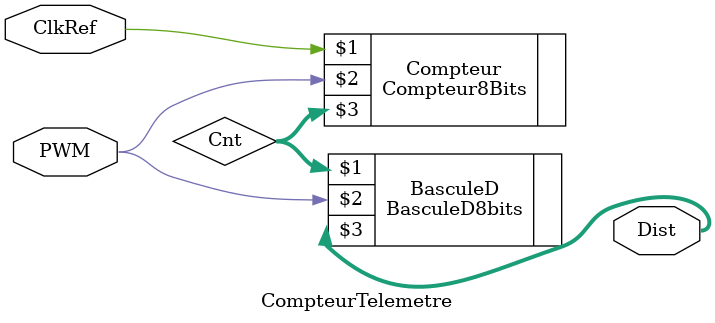
<source format=v>
module CompteurTelemetre(PWM,ClkRef,Dist);

input PWM, ClkRef;

output[7:0] Dist;

wire[7:0] Cnt;

Compteur8Bits Compteur(ClkRef,PWM,Cnt);

BasculeD8bits BasculeD(Cnt, PWM, Dist);


endmodule
</source>
